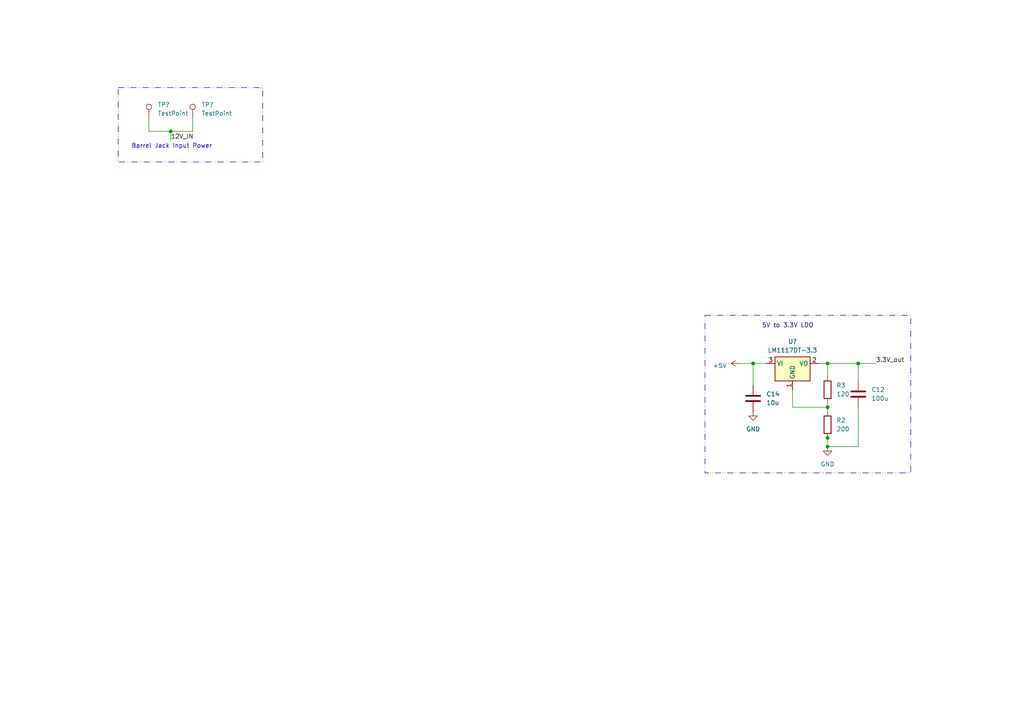
<source format=kicad_sch>
(kicad_sch (version 20230121) (generator eeschema)

  (uuid 832384ce-af2a-45a9-b981-0f61fef72f29)

  (paper "A4")

  (lib_symbols
    (symbol "Connector:TestPoint" (pin_numbers hide) (pin_names (offset 0.762) hide) (in_bom yes) (on_board yes)
      (property "Reference" "TP" (at 0 6.858 0)
        (effects (font (size 1.27 1.27)))
      )
      (property "Value" "TestPoint" (at 0 5.08 0)
        (effects (font (size 1.27 1.27)))
      )
      (property "Footprint" "" (at 5.08 0 0)
        (effects (font (size 1.27 1.27)) hide)
      )
      (property "Datasheet" "~" (at 5.08 0 0)
        (effects (font (size 1.27 1.27)) hide)
      )
      (property "ki_keywords" "test point tp" (at 0 0 0)
        (effects (font (size 1.27 1.27)) hide)
      )
      (property "ki_description" "test point" (at 0 0 0)
        (effects (font (size 1.27 1.27)) hide)
      )
      (property "ki_fp_filters" "Pin* Test*" (at 0 0 0)
        (effects (font (size 1.27 1.27)) hide)
      )
      (symbol "TestPoint_0_1"
        (circle (center 0 3.302) (radius 0.762)
          (stroke (width 0) (type default))
          (fill (type none))
        )
      )
      (symbol "TestPoint_1_1"
        (pin passive line (at 0 0 90) (length 2.54)
          (name "1" (effects (font (size 1.27 1.27))))
          (number "1" (effects (font (size 1.27 1.27))))
        )
      )
    )
    (symbol "Device:C" (pin_numbers hide) (pin_names (offset 0.254)) (in_bom yes) (on_board yes)
      (property "Reference" "C" (at 0.635 2.54 0)
        (effects (font (size 1.27 1.27)) (justify left))
      )
      (property "Value" "C" (at 0.635 -2.54 0)
        (effects (font (size 1.27 1.27)) (justify left))
      )
      (property "Footprint" "" (at 0.9652 -3.81 0)
        (effects (font (size 1.27 1.27)) hide)
      )
      (property "Datasheet" "~" (at 0 0 0)
        (effects (font (size 1.27 1.27)) hide)
      )
      (property "ki_keywords" "cap capacitor" (at 0 0 0)
        (effects (font (size 1.27 1.27)) hide)
      )
      (property "ki_description" "Unpolarized capacitor" (at 0 0 0)
        (effects (font (size 1.27 1.27)) hide)
      )
      (property "ki_fp_filters" "C_*" (at 0 0 0)
        (effects (font (size 1.27 1.27)) hide)
      )
      (symbol "C_0_1"
        (polyline
          (pts
            (xy -2.032 -0.762)
            (xy 2.032 -0.762)
          )
          (stroke (width 0.508) (type default))
          (fill (type none))
        )
        (polyline
          (pts
            (xy -2.032 0.762)
            (xy 2.032 0.762)
          )
          (stroke (width 0.508) (type default))
          (fill (type none))
        )
      )
      (symbol "C_1_1"
        (pin passive line (at 0 3.81 270) (length 2.794)
          (name "~" (effects (font (size 1.27 1.27))))
          (number "1" (effects (font (size 1.27 1.27))))
        )
        (pin passive line (at 0 -3.81 90) (length 2.794)
          (name "~" (effects (font (size 1.27 1.27))))
          (number "2" (effects (font (size 1.27 1.27))))
        )
      )
    )
    (symbol "Device:R" (pin_numbers hide) (pin_names (offset 0)) (in_bom yes) (on_board yes)
      (property "Reference" "R" (at 2.032 0 90)
        (effects (font (size 1.27 1.27)))
      )
      (property "Value" "R" (at 0 0 90)
        (effects (font (size 1.27 1.27)))
      )
      (property "Footprint" "" (at -1.778 0 90)
        (effects (font (size 1.27 1.27)) hide)
      )
      (property "Datasheet" "~" (at 0 0 0)
        (effects (font (size 1.27 1.27)) hide)
      )
      (property "ki_keywords" "R res resistor" (at 0 0 0)
        (effects (font (size 1.27 1.27)) hide)
      )
      (property "ki_description" "Resistor" (at 0 0 0)
        (effects (font (size 1.27 1.27)) hide)
      )
      (property "ki_fp_filters" "R_*" (at 0 0 0)
        (effects (font (size 1.27 1.27)) hide)
      )
      (symbol "R_0_1"
        (rectangle (start -1.016 -2.54) (end 1.016 2.54)
          (stroke (width 0.254) (type default))
          (fill (type none))
        )
      )
      (symbol "R_1_1"
        (pin passive line (at 0 3.81 270) (length 1.27)
          (name "~" (effects (font (size 1.27 1.27))))
          (number "1" (effects (font (size 1.27 1.27))))
        )
        (pin passive line (at 0 -3.81 90) (length 1.27)
          (name "~" (effects (font (size 1.27 1.27))))
          (number "2" (effects (font (size 1.27 1.27))))
        )
      )
    )
    (symbol "Regulator_Linear:LM1117DT-3.3" (in_bom yes) (on_board yes)
      (property "Reference" "U" (at -3.81 3.175 0)
        (effects (font (size 1.27 1.27)))
      )
      (property "Value" "LM1117DT-3.3" (at 0 3.175 0)
        (effects (font (size 1.27 1.27)) (justify left))
      )
      (property "Footprint" "Package_TO_SOT_SMD:TO-252-3_TabPin2" (at 0 0 0)
        (effects (font (size 1.27 1.27)) hide)
      )
      (property "Datasheet" "http://www.ti.com/lit/ds/symlink/lm1117.pdf" (at 0 0 0)
        (effects (font (size 1.27 1.27)) hide)
      )
      (property "ki_keywords" "linear regulator ldo fixed positive" (at 0 0 0)
        (effects (font (size 1.27 1.27)) hide)
      )
      (property "ki_description" "800mA Low-Dropout Linear Regulator, 3.3V fixed output, TO-252" (at 0 0 0)
        (effects (font (size 1.27 1.27)) hide)
      )
      (property "ki_fp_filters" "TO?252*" (at 0 0 0)
        (effects (font (size 1.27 1.27)) hide)
      )
      (symbol "LM1117DT-3.3_0_1"
        (rectangle (start -5.08 -5.08) (end 5.08 1.905)
          (stroke (width 0.254) (type default))
          (fill (type background))
        )
      )
      (symbol "LM1117DT-3.3_1_1"
        (pin power_in line (at 0 -7.62 90) (length 2.54)
          (name "GND" (effects (font (size 1.27 1.27))))
          (number "1" (effects (font (size 1.27 1.27))))
        )
        (pin power_out line (at 7.62 0 180) (length 2.54)
          (name "VO" (effects (font (size 1.27 1.27))))
          (number "2" (effects (font (size 1.27 1.27))))
        )
        (pin power_in line (at -7.62 0 0) (length 2.54)
          (name "VI" (effects (font (size 1.27 1.27))))
          (number "3" (effects (font (size 1.27 1.27))))
        )
      )
    )
    (symbol "power:+5V" (power) (pin_names (offset 0)) (in_bom yes) (on_board yes)
      (property "Reference" "#PWR" (at 0 -3.81 0)
        (effects (font (size 1.27 1.27)) hide)
      )
      (property "Value" "+5V" (at 0 3.556 0)
        (effects (font (size 1.27 1.27)))
      )
      (property "Footprint" "" (at 0 0 0)
        (effects (font (size 1.27 1.27)) hide)
      )
      (property "Datasheet" "" (at 0 0 0)
        (effects (font (size 1.27 1.27)) hide)
      )
      (property "ki_keywords" "global power" (at 0 0 0)
        (effects (font (size 1.27 1.27)) hide)
      )
      (property "ki_description" "Power symbol creates a global label with name \"+5V\"" (at 0 0 0)
        (effects (font (size 1.27 1.27)) hide)
      )
      (symbol "+5V_0_1"
        (polyline
          (pts
            (xy -0.762 1.27)
            (xy 0 2.54)
          )
          (stroke (width 0) (type default))
          (fill (type none))
        )
        (polyline
          (pts
            (xy 0 0)
            (xy 0 2.54)
          )
          (stroke (width 0) (type default))
          (fill (type none))
        )
        (polyline
          (pts
            (xy 0 2.54)
            (xy 0.762 1.27)
          )
          (stroke (width 0) (type default))
          (fill (type none))
        )
      )
      (symbol "+5V_1_1"
        (pin power_in line (at 0 0 90) (length 0) hide
          (name "+5V" (effects (font (size 1.27 1.27))))
          (number "1" (effects (font (size 1.27 1.27))))
        )
      )
    )
    (symbol "power:GND" (power) (pin_names (offset 0)) (in_bom yes) (on_board yes)
      (property "Reference" "#PWR" (at 0 -6.35 0)
        (effects (font (size 1.27 1.27)) hide)
      )
      (property "Value" "GND" (at 0 -3.81 0)
        (effects (font (size 1.27 1.27)))
      )
      (property "Footprint" "" (at 0 0 0)
        (effects (font (size 1.27 1.27)) hide)
      )
      (property "Datasheet" "" (at 0 0 0)
        (effects (font (size 1.27 1.27)) hide)
      )
      (property "ki_keywords" "global power" (at 0 0 0)
        (effects (font (size 1.27 1.27)) hide)
      )
      (property "ki_description" "Power symbol creates a global label with name \"GND\" , ground" (at 0 0 0)
        (effects (font (size 1.27 1.27)) hide)
      )
      (symbol "GND_0_1"
        (polyline
          (pts
            (xy 0 0)
            (xy 0 -1.27)
            (xy 1.27 -1.27)
            (xy 0 -2.54)
            (xy -1.27 -1.27)
            (xy 0 -1.27)
          )
          (stroke (width 0) (type default))
          (fill (type none))
        )
      )
      (symbol "GND_1_1"
        (pin power_in line (at 0 0 270) (length 0) hide
          (name "GND" (effects (font (size 1.27 1.27))))
          (number "1" (effects (font (size 1.27 1.27))))
        )
      )
    )
  )

  (junction (at 240.03 129.54) (diameter 0) (color 0 0 0 0)
    (uuid 2e4c1530-ae3b-42ee-a6a7-4914d0b42c68)
  )
  (junction (at 49.53 38.1) (diameter 0) (color 0 0 0 0)
    (uuid 3588681f-c2cd-45e4-bf85-93fa20a20571)
  )
  (junction (at 240.03 105.41) (diameter 0) (color 0 0 0 0)
    (uuid 41aed0f4-cfe9-4a3e-a34c-bae85740cd48)
  )
  (junction (at 218.44 105.41) (diameter 0) (color 0 0 0 0)
    (uuid 4c8e68e1-91f6-4925-a71c-8f48fb35eb69)
  )
  (junction (at 240.03 118.11) (diameter 0) (color 0 0 0 0)
    (uuid 4edb8379-2c27-42ef-bd30-569002162a0d)
  )
  (junction (at 248.92 105.41) (diameter 0) (color 0 0 0 0)
    (uuid 55b385be-d0d4-486c-8ed0-b42acef461c7)
  )
  (junction (at 240.03 127) (diameter 0) (color 0 0 0 0)
    (uuid 5663da5e-a5ba-42ba-81e0-ad10dbfa3934)
  )

  (wire (pts (xy 55.88 38.1) (xy 55.88 34.29))
    (stroke (width 0) (type default))
    (uuid 072d6e1b-8262-4645-83ad-a9d91e9a2d5b)
  )
  (wire (pts (xy 229.87 113.03) (xy 229.87 118.11))
    (stroke (width 0) (type default))
    (uuid 1474ec1f-e01d-4fb5-9d8d-e3043f173a09)
  )
  (wire (pts (xy 237.49 105.41) (xy 240.03 105.41))
    (stroke (width 0) (type default))
    (uuid 18d022d5-211e-43c5-9174-7e1626508aa8)
  )
  (wire (pts (xy 214.63 105.41) (xy 218.44 105.41))
    (stroke (width 0) (type default))
    (uuid 24dc379a-50ad-4d5d-95df-0cd56ae89977)
  )
  (wire (pts (xy 240.03 105.41) (xy 248.92 105.41))
    (stroke (width 0) (type default))
    (uuid 2a3b39be-8924-4f7c-a856-fce095244349)
  )
  (wire (pts (xy 248.92 105.41) (xy 248.92 110.49))
    (stroke (width 0) (type default))
    (uuid 360466f4-3582-4394-8bcc-4f1891d45084)
  )
  (wire (pts (xy 49.53 38.1) (xy 49.53 40.64))
    (stroke (width 0) (type default))
    (uuid 3b307863-ad0a-4885-b43f-2abbfcaa3ce3)
  )
  (wire (pts (xy 43.18 34.29) (xy 43.18 38.1))
    (stroke (width 0) (type default))
    (uuid 67aab185-dcdd-40b3-aed2-a689a431ac1c)
  )
  (wire (pts (xy 240.03 118.11) (xy 240.03 119.38))
    (stroke (width 0) (type default))
    (uuid 71b01131-94c0-4477-b9f9-c5e5b10827bf)
  )
  (wire (pts (xy 240.03 116.84) (xy 240.03 118.11))
    (stroke (width 0) (type default))
    (uuid 778a422f-5b02-4eae-a4a3-be05d4f3db82)
  )
  (wire (pts (xy 229.87 118.11) (xy 240.03 118.11))
    (stroke (width 0) (type default))
    (uuid 7e4cb0a0-62da-4e5d-85c9-a71751138770)
  )
  (wire (pts (xy 49.53 38.1) (xy 55.88 38.1))
    (stroke (width 0) (type default))
    (uuid 8076bdf1-492f-4d11-b5f4-610d1571a7c3)
  )
  (wire (pts (xy 248.92 105.41) (xy 254 105.41))
    (stroke (width 0) (type default))
    (uuid 854fe775-b8c7-4fd9-a7e0-bffaa47b7cde)
  )
  (wire (pts (xy 218.44 105.41) (xy 222.25 105.41))
    (stroke (width 0) (type default))
    (uuid 9be5c9ee-26fd-427f-bbff-47ac502b77dd)
  )
  (wire (pts (xy 218.44 105.41) (xy 218.44 111.76))
    (stroke (width 0) (type default))
    (uuid 9f8381cc-a727-4ce5-a902-2b8190037926)
  )
  (wire (pts (xy 43.18 38.1) (xy 49.53 38.1))
    (stroke (width 0) (type default))
    (uuid d271bb6b-acb6-4055-9d73-1050984566fc)
  )
  (wire (pts (xy 240.03 129.54) (xy 248.92 129.54))
    (stroke (width 0) (type default))
    (uuid d2766ca1-648c-484d-9bba-82964a1c179c)
  )
  (wire (pts (xy 240.03 105.41) (xy 240.03 109.22))
    (stroke (width 0) (type default))
    (uuid dd67df05-d2e5-44fc-869a-472a21be1945)
  )
  (wire (pts (xy 240.03 125.73) (xy 240.03 127))
    (stroke (width 0) (type default))
    (uuid e580fd38-16bd-4a3e-856c-46107288d2d5)
  )
  (wire (pts (xy 248.92 118.11) (xy 248.92 129.54))
    (stroke (width 0) (type default))
    (uuid e8a96e11-b65f-49c3-9e50-da05b783472a)
  )
  (wire (pts (xy 240.03 127) (xy 240.03 129.54))
    (stroke (width 0) (type default))
    (uuid f2a3154e-dcc2-4e6b-85ae-4140506642bf)
  )

  (rectangle (start 204.47 91.44) (end 264.16 137.16)
    (stroke (width 0) (type dash_dot_dot))
    (fill (type none))
    (uuid 2178b5b7-9b57-475d-a064-b64faf6db8d3)
  )
  (rectangle (start 34.29 25.4) (end 76.2 46.99)
    (stroke (width 0) (type dash_dot_dot))
    (fill (type none))
    (uuid cbfb8846-93b1-4374-8a34-b4a3266d530e)
  )

  (text "Barrel Jack Input Power\n" (at 38.1 43.18 0)
    (effects (font (size 1.27 1.27)) (justify left bottom))
    (uuid d6678700-4452-4eab-8e43-0648c54263b4)
  )
  (text "5V to 3.3V LDO\n" (at 220.98 95.25 0)
    (effects (font (size 1.27 1.27)) (justify left bottom))
    (uuid f6d55e71-7b0c-49e5-a50e-9464d38a98a8)
  )

  (label "12V_IN" (at 49.53 40.64 0) (fields_autoplaced)
    (effects (font (size 1.27 1.27)) (justify left bottom))
    (uuid d377ba24-2165-403f-8a70-7c7da5d1726c)
  )
  (label "3.3V_out" (at 254 105.41 0) (fields_autoplaced)
    (effects (font (size 1.27 1.27)) (justify left bottom))
    (uuid e65e01f5-f6fd-4b59-a9de-a2ca83edcac2)
  )

  (symbol (lib_id "Connector:TestPoint") (at 55.88 34.29 0) (unit 1)
    (in_bom yes) (on_board yes) (dnp no) (fields_autoplaced)
    (uuid 0018173a-65c3-429d-a30c-1a7d1d92a9ab)
    (property "Reference" "TP?" (at 58.42 30.353 0)
      (effects (font (size 1.27 1.27)) (justify left))
    )
    (property "Value" "TestPoint" (at 58.42 32.893 0)
      (effects (font (size 1.27 1.27)) (justify left))
    )
    (property "Footprint" "" (at 60.96 34.29 0)
      (effects (font (size 1.27 1.27)) hide)
    )
    (property "Datasheet" "~" (at 60.96 34.29 0)
      (effects (font (size 1.27 1.27)) hide)
    )
    (pin "1" (uuid cb152344-2794-4156-8d5c-aa27143a7aec))
    (instances
      (project "PCB_design"
        (path "/2551367a-9b18-476a-8416-5b0fd930d26c"
          (reference "TP?") (unit 1)
        )
        (path "/2551367a-9b18-476a-8416-5b0fd930d26c/8a0ed25a-5d14-4575-ac4a-6491821a564b"
          (reference "TP8") (unit 1)
        )
      )
    )
  )

  (symbol (lib_id "Device:R") (at 240.03 123.19 0) (unit 1)
    (in_bom yes) (on_board yes) (dnp no) (fields_autoplaced)
    (uuid 02e54145-0fea-40ac-a23d-b0b1fd46c855)
    (property "Reference" "R2" (at 242.57 121.92 0)
      (effects (font (size 1.27 1.27)) (justify left))
    )
    (property "Value" "200" (at 242.57 124.46 0)
      (effects (font (size 1.27 1.27)) (justify left))
    )
    (property "Footprint" "" (at 238.252 123.19 90)
      (effects (font (size 1.27 1.27)) hide)
    )
    (property "Datasheet" "~" (at 240.03 123.19 0)
      (effects (font (size 1.27 1.27)) hide)
    )
    (pin "1" (uuid 4f834a03-aac6-46f7-9274-76fd395279a0))
    (pin "2" (uuid 504c9631-48e3-41ad-856e-d7afe810daa5))
    (instances
      (project "PCB_design"
        (path "/2551367a-9b18-476a-8416-5b0fd930d26c"
          (reference "R2") (unit 1)
        )
        (path "/2551367a-9b18-476a-8416-5b0fd930d26c/8a0ed25a-5d14-4575-ac4a-6491821a564b"
          (reference "R13") (unit 1)
        )
      )
    )
  )

  (symbol (lib_id "Regulator_Linear:LM1117DT-3.3") (at 229.87 105.41 0) (unit 1)
    (in_bom yes) (on_board yes) (dnp no) (fields_autoplaced)
    (uuid 19afc54f-6618-4714-acd8-cdeba56afa3e)
    (property "Reference" "U?" (at 229.87 99.06 0)
      (effects (font (size 1.27 1.27)))
    )
    (property "Value" "LM1117DT-3.3" (at 229.87 101.6 0)
      (effects (font (size 1.27 1.27)))
    )
    (property "Footprint" "Package_TO_SOT_SMD:TO-252-3_TabPin2" (at 229.87 105.41 0)
      (effects (font (size 1.27 1.27)) hide)
    )
    (property "Datasheet" "http://www.ti.com/lit/ds/symlink/lm1117.pdf" (at 229.87 105.41 0)
      (effects (font (size 1.27 1.27)) hide)
    )
    (pin "1" (uuid c602205c-4eb1-4766-9a14-dcd16dc62176))
    (pin "2" (uuid f029cf54-930d-4d4a-b554-58eced5f28db))
    (pin "3" (uuid 2df9eb5a-b233-4ff7-9552-d05895ce7b8e))
    (instances
      (project "PCB_design"
        (path "/2551367a-9b18-476a-8416-5b0fd930d26c"
          (reference "U?") (unit 1)
        )
        (path "/2551367a-9b18-476a-8416-5b0fd930d26c/8a0ed25a-5d14-4575-ac4a-6491821a564b"
          (reference "U5") (unit 1)
        )
      )
    )
  )

  (symbol (lib_id "power:GND") (at 218.44 119.38 0) (unit 1)
    (in_bom yes) (on_board yes) (dnp no) (fields_autoplaced)
    (uuid 22f4ed67-c35c-4382-b635-b3e047b7467f)
    (property "Reference" "#PWR05" (at 218.44 125.73 0)
      (effects (font (size 1.27 1.27)) hide)
    )
    (property "Value" "GND" (at 218.44 124.46 0)
      (effects (font (size 1.27 1.27)))
    )
    (property "Footprint" "" (at 218.44 119.38 0)
      (effects (font (size 1.27 1.27)) hide)
    )
    (property "Datasheet" "" (at 218.44 119.38 0)
      (effects (font (size 1.27 1.27)) hide)
    )
    (pin "1" (uuid b4fd33dd-14c9-4f5d-9c95-5984206c8a69))
    (instances
      (project "PCB_design"
        (path "/2551367a-9b18-476a-8416-5b0fd930d26c"
          (reference "#PWR05") (unit 1)
        )
        (path "/2551367a-9b18-476a-8416-5b0fd930d26c/8a0ed25a-5d14-4575-ac4a-6491821a564b"
          (reference "#PWR049") (unit 1)
        )
      )
    )
  )

  (symbol (lib_id "Device:C") (at 248.92 114.3 0) (unit 1)
    (in_bom yes) (on_board yes) (dnp no)
    (uuid 2ec506e9-478e-4421-8232-a113e66244a4)
    (property "Reference" "C12" (at 252.73 113.03 0)
      (effects (font (size 1.27 1.27)) (justify left))
    )
    (property "Value" "100u" (at 252.73 115.57 0)
      (effects (font (size 1.27 1.27)) (justify left))
    )
    (property "Footprint" "" (at 249.8852 118.11 0)
      (effects (font (size 1.27 1.27)) hide)
    )
    (property "Datasheet" "~" (at 248.92 114.3 0)
      (effects (font (size 1.27 1.27)) hide)
    )
    (pin "1" (uuid a2fa6259-5d7f-4c30-9941-18fe2066c8f3))
    (pin "2" (uuid acb1e5d2-5f29-4332-ac19-6e56dacba979))
    (instances
      (project "PCB_design"
        (path "/2551367a-9b18-476a-8416-5b0fd930d26c"
          (reference "C12") (unit 1)
        )
        (path "/2551367a-9b18-476a-8416-5b0fd930d26c/8a0ed25a-5d14-4575-ac4a-6491821a564b"
          (reference "C13") (unit 1)
        )
      )
    )
  )

  (symbol (lib_id "Device:R") (at 240.03 113.03 0) (unit 1)
    (in_bom yes) (on_board yes) (dnp no) (fields_autoplaced)
    (uuid 47a27642-e6fe-4a8a-8737-fe76dde60191)
    (property "Reference" "R3" (at 242.57 111.76 0)
      (effects (font (size 1.27 1.27)) (justify left))
    )
    (property "Value" "120" (at 242.57 114.3 0)
      (effects (font (size 1.27 1.27)) (justify left))
    )
    (property "Footprint" "" (at 238.252 113.03 90)
      (effects (font (size 1.27 1.27)) hide)
    )
    (property "Datasheet" "~" (at 240.03 113.03 0)
      (effects (font (size 1.27 1.27)) hide)
    )
    (pin "1" (uuid 69b01a75-d7f9-457e-9472-93fbcc72181a))
    (pin "2" (uuid 5e540008-bf1a-4db1-bca9-9dc8e4c1a193))
    (instances
      (project "PCB_design"
        (path "/2551367a-9b18-476a-8416-5b0fd930d26c"
          (reference "R3") (unit 1)
        )
        (path "/2551367a-9b18-476a-8416-5b0fd930d26c/8a0ed25a-5d14-4575-ac4a-6491821a564b"
          (reference "R12") (unit 1)
        )
      )
    )
  )

  (symbol (lib_id "Connector:TestPoint") (at 43.18 34.29 0) (unit 1)
    (in_bom yes) (on_board yes) (dnp no) (fields_autoplaced)
    (uuid 51c817c3-f477-4c05-be62-553b11b266e5)
    (property "Reference" "TP?" (at 45.72 30.353 0)
      (effects (font (size 1.27 1.27)) (justify left))
    )
    (property "Value" "TestPoint" (at 45.72 32.893 0)
      (effects (font (size 1.27 1.27)) (justify left))
    )
    (property "Footprint" "" (at 48.26 34.29 0)
      (effects (font (size 1.27 1.27)) hide)
    )
    (property "Datasheet" "~" (at 48.26 34.29 0)
      (effects (font (size 1.27 1.27)) hide)
    )
    (pin "1" (uuid 7f9bb457-0eab-4844-91f9-22d27ea62684))
    (instances
      (project "PCB_design"
        (path "/2551367a-9b18-476a-8416-5b0fd930d26c"
          (reference "TP?") (unit 1)
        )
        (path "/2551367a-9b18-476a-8416-5b0fd930d26c/8a0ed25a-5d14-4575-ac4a-6491821a564b"
          (reference "TP7") (unit 1)
        )
      )
    )
  )

  (symbol (lib_id "Device:C") (at 218.44 115.57 0) (unit 1)
    (in_bom yes) (on_board yes) (dnp no) (fields_autoplaced)
    (uuid c2873682-17b9-40da-a508-f9bdd639ec1f)
    (property "Reference" "C14" (at 222.25 114.3 0)
      (effects (font (size 1.27 1.27)) (justify left))
    )
    (property "Value" "10u" (at 222.25 116.84 0)
      (effects (font (size 1.27 1.27)) (justify left))
    )
    (property "Footprint" "" (at 219.4052 119.38 0)
      (effects (font (size 1.27 1.27)) hide)
    )
    (property "Datasheet" "~" (at 218.44 115.57 0)
      (effects (font (size 1.27 1.27)) hide)
    )
    (pin "1" (uuid 8ec4c299-4ea5-4360-b945-e28c9f16f894))
    (pin "2" (uuid e2059200-6a22-47c5-ba93-202b38ca8211))
    (instances
      (project "PCB_design"
        (path "/2551367a-9b18-476a-8416-5b0fd930d26c"
          (reference "C14") (unit 1)
        )
        (path "/2551367a-9b18-476a-8416-5b0fd930d26c/8a0ed25a-5d14-4575-ac4a-6491821a564b"
          (reference "C11") (unit 1)
        )
      )
    )
  )

  (symbol (lib_id "power:GND") (at 240.03 129.54 0) (unit 1)
    (in_bom yes) (on_board yes) (dnp no) (fields_autoplaced)
    (uuid c8a0beac-3ca7-4e78-8e83-514d8a59cebb)
    (property "Reference" "#PWR06" (at 240.03 135.89 0)
      (effects (font (size 1.27 1.27)) hide)
    )
    (property "Value" "GND" (at 240.03 134.62 0)
      (effects (font (size 1.27 1.27)))
    )
    (property "Footprint" "" (at 240.03 129.54 0)
      (effects (font (size 1.27 1.27)) hide)
    )
    (property "Datasheet" "" (at 240.03 129.54 0)
      (effects (font (size 1.27 1.27)) hide)
    )
    (pin "1" (uuid b738a088-1715-45a4-ad2d-f0ce0e564c22))
    (instances
      (project "PCB_design"
        (path "/2551367a-9b18-476a-8416-5b0fd930d26c"
          (reference "#PWR06") (unit 1)
        )
        (path "/2551367a-9b18-476a-8416-5b0fd930d26c/8a0ed25a-5d14-4575-ac4a-6491821a564b"
          (reference "#PWR050") (unit 1)
        )
      )
    )
  )

  (symbol (lib_id "power:+5V") (at 214.63 105.41 90) (unit 1)
    (in_bom yes) (on_board yes) (dnp no) (fields_autoplaced)
    (uuid efdd6987-3eaa-479f-8793-7c4b696f7b1c)
    (property "Reference" "#PWR026" (at 218.44 105.41 0)
      (effects (font (size 1.27 1.27)) hide)
    )
    (property "Value" "+5V" (at 210.82 106.045 90)
      (effects (font (size 1.27 1.27)) (justify left))
    )
    (property "Footprint" "" (at 214.63 105.41 0)
      (effects (font (size 1.27 1.27)) hide)
    )
    (property "Datasheet" "" (at 214.63 105.41 0)
      (effects (font (size 1.27 1.27)) hide)
    )
    (pin "1" (uuid 9c2ebde7-d1c5-4d2b-a4fc-1effc99f0eb0))
    (instances
      (project "PCB_design"
        (path "/2551367a-9b18-476a-8416-5b0fd930d26c"
          (reference "#PWR026") (unit 1)
        )
        (path "/2551367a-9b18-476a-8416-5b0fd930d26c/8a0ed25a-5d14-4575-ac4a-6491821a564b"
          (reference "#PWR048") (unit 1)
        )
      )
    )
  )
)

</source>
